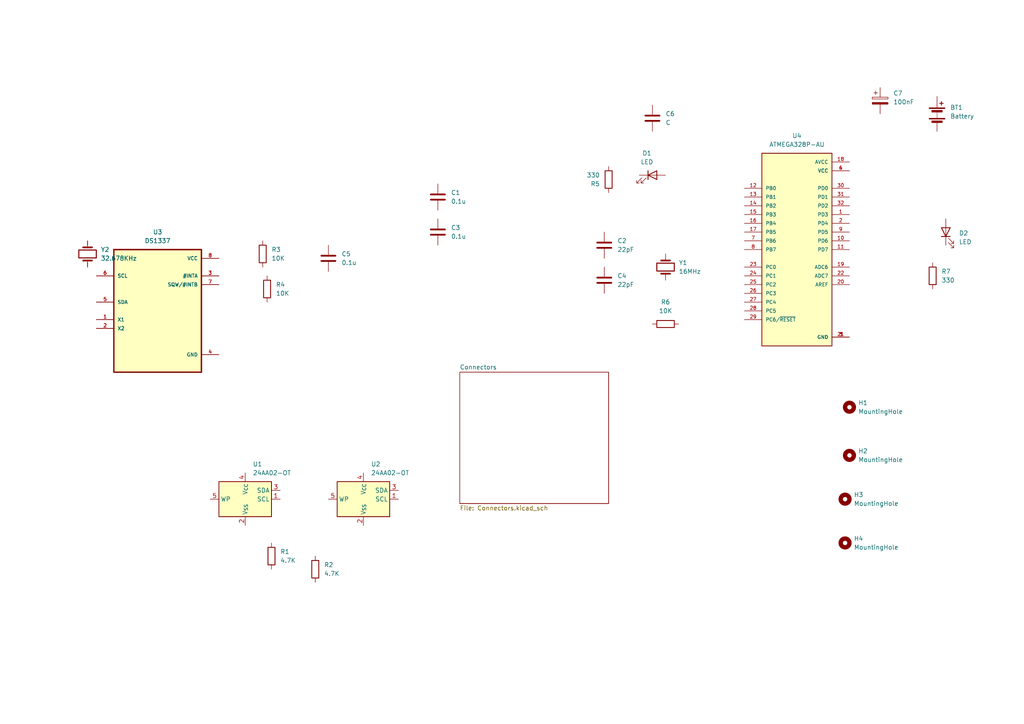
<source format=kicad_sch>
(kicad_sch (version 20230121) (generator eeschema)
  (paper "A4")
  (title_block (title "${project_name}") (date "2024-02-18") (rev "v1.0"))
  (lib_symbols
    (symbol "ATMEGA328PAU:ATMEGA328P-AU" (pin_names (offset 1.016))
      (property "Reference" "U" (at -10.1755 29.2546 0))
      (property "Value" "ATMEGA328P-AU" (at -10.1669 -31.7714 0))
      (symbol "ATMEGA328P-AU_0_0"
        (rectangle (start -10.16 -27.94) (end 10.16 27.94) (stroke (width 0.254)) (fill (type background)))
        (pin bidirectional line (at 15.24 10.16 180) (length 5.08) (name "PD3") (number "1"))
        (pin bidirectional line (at 15.24 2.54 180) (length 5.08) (name "PD6") (number "10"))
        (pin bidirectional line (at 15.24 0 180) (length 5.08) (name "PD7") (number "11"))
        (pin bidirectional line (at -15.24 17.78 0) (length 5.08) (name "PB0") (number "12"))
        (pin bidirectional line (at -15.24 15.24 0) (length 5.08) (name "PB1") (number "13"))
        (pin bidirectional line (at -15.24 12.7 0) (length 5.08) (name "PB2") (number "14"))
        (pin bidirectional line (at -15.24 10.16 0) (length 5.08) (name "PB3") (number "15"))
        (pin bidirectional line (at -15.24 7.62 0) (length 5.08) (name "PB4") (number "16"))
        (pin bidirectional line (at -15.24 5.08 0) (length 5.08) (name "PB5") (number "17"))
        (pin power_in line (at 15.24 25.4 180) (length 5.08) (name "AVCC") (number "18"))
        (pin bidirectional line (at 15.24 -5.08 180) (length 5.08) (name "ADC6") (number "19"))
        (pin bidirectional line (at 15.24 7.62 180) (length 5.08) (name "PD4") (number "2"))
        (pin input line (at 15.24 -10.16 180) (length 5.08) (name "AREF") (number "20"))
        (pin power_in line (at 15.24 -25.4 180) (length 5.08) (name "GND") (number "21"))
        (pin bidirectional line (at 15.24 -7.62 180) (length 5.08) (name "ADC7") (number "22"))
        (pin bidirectional line (at -15.24 -5.08 0) (length 5.08) (name "PC0") (number "23"))
        (pin bidirectional line (at -15.24 -7.62 0) (length 5.08) (name "PC1") (number "24"))
        (pin bidirectional line (at -15.24 -10.16 0) (length 5.08) (name "PC2") (number "25"))
        (pin bidirectional line (at -15.24 -12.7 0) (length 5.08) (name "PC3") (number "26"))
        (pin bidirectional line (at -15.24 -15.24 0) (length 5.08) (name "PC4") (number "27"))
        (pin bidirectional line (at -15.24 -17.78 0) (length 5.08) (name "PC5") (number "28"))
        (pin bidirectional line (at -15.24 -20.32 0) (length 5.08) (name "PC6/~{RESET}") (number "29"))
        (pin power_in line (at 15.24 -25.4 180) (length 5.08) (name "GND") (number "3"))
        (pin bidirectional line (at 15.24 17.78 180) (length 5.08) (name "PD0") (number "30"))
        (pin bidirectional line (at 15.24 15.24 180) (length 5.08) (name "PD1") (number "31"))
        (pin bidirectional line (at 15.24 12.7 180) (length 5.08) (name "PD2") (number "32"))
        (pin power_in line (at 15.24 22.86 180) (length 5.08) (name "VCC") (number "4"))
        (pin power_in line (at 15.24 -25.4 180) (length 5.08) (name "GND") (number "5"))
        (pin power_in line (at 15.24 22.86 180) (length 5.08) (name "VCC") (number "6"))
        (pin bidirectional line (at -15.24 2.54 0) (length 5.08) (name "PB6") (number "7"))
        (pin bidirectional line (at -15.24 0 0) (length 5.08) (name "PB7") (number "8"))
        (pin bidirectional line (at 15.24 5.08 180) (length 5.08) (name "PD5") (number "9"))
      )
    )
    (symbol "DS1337:DS1337" (pin_names (offset 1.016))
      (property "Reference" "U" (at -12.7 18.78 0))
      (property "Value" "DS1337" (at -12.7 -21.78 0))
      (symbol "DS1337_0_0"
        (rectangle (start -12.7 -17.78) (end 12.7 17.78) (stroke (width 0.41)) (fill (type background)))
        (pin bidirectional line (at -17.78 -2.54 0) (length 5.08) (name "X1") (number "1"))
        (pin bidirectional line (at -17.78 -5.08 0) (length 5.08) (name "X2") (number "2"))
        (pin output line (at 17.78 10.16 180) (length 5.08) (name "#INTA") (number "3"))
        (pin power_in line (at 17.78 -12.7 180) (length 5.08) (name "GND") (number "4"))
        (pin bidirectional line (at -17.78 2.54 0) (length 5.08) (name "SDA") (number "5"))
        (pin input line (at -17.78 10.16 0) (length 5.08) (name "SCL") (number "6"))
        (pin output line (at 17.78 7.62 180) (length 5.08) (name "SQW/#INTB") (number "7"))
        (pin power_in line (at 17.78 15.24 180) (length 5.08) (name "VCC") (number "8"))
      )
    )
    (symbol "Device:Battery" (pin_numbers hide) (pin_names (offset 0) hide)
      (property "Reference" "BT" (at 2.54 2.54 0))
      (property "Value" "Battery" (at 2.54 0 0))
      (symbol "Battery_0_1"
        (rectangle (start -2.286 -1.27) (end 2.286 -1.524) (fill (type outline)))
        (rectangle (start -2.286 1.778) (end 2.286 1.524) (fill (type outline)))
        (rectangle (start -1.524 -2.032) (end 1.524 -2.54) (fill (type outline)))
        (rectangle (start -1.524 1.016) (end 1.524 0.508) (fill (type outline)))
        (polyline (pts (xy 0 -1.016) (xy 0 -0.762)))
        (polyline (pts (xy 0 -0.508) (xy 0 -0.254)))
        (polyline (pts (xy 0 0) (xy 0 0.254)))
        (polyline (pts (xy 0 1.778) (xy 0 2.54)))
        (polyline (pts (xy 0.762 3.048) (xy 1.778 3.048)) (stroke (width 0.254)))
        (polyline (pts (xy 1.27 3.556) (xy 1.27 2.54)) (stroke (width 0.254)))
      )
      (symbol "Battery_1_1"
        (pin passive line (at 0 5.08 270) (length 2.54) (name "+") (number "1"))
        (pin passive line (at 0 -5.08 90) (length 2.54) (name "-") (number "2"))
      )
    )
    (symbol "Device:C" (pin_numbers hide) (pin_names (offset 0.254))
      (property "Reference" "C" (at 0.635 2.54 0))
      (property "Value" "C" (at 0.635 -2.54 0))
      (symbol "C_0_1"
        (polyline (pts (xy -2.032 -0.762) (xy 2.032 -0.762)) (stroke (width 0.508)))
        (polyline (pts (xy -2.032 0.762) (xy 2.032 0.762)) (stroke (width 0.508)))
      )
      (symbol "C_1_1"
        (pin passive line (at 0 3.81 270) (length 2.794) (name "~") (number "1"))
        (pin passive line (at 0 -3.81 90) (length 2.794) (name "~") (number "2"))
      )
    )
    (symbol "Device:C_Polarized" (pin_numbers hide) (pin_names (offset 0.254))
      (property "Reference" "C" (at 0.635 2.54 0))
      (property "Value" "C_Polarized" (at 0.635 -2.54 0))
      (symbol "C_Polarized_0_1"
        (rectangle (start -2.286 0.508) (end 2.286 1.016))
        (polyline (pts (xy -1.778 2.286) (xy -0.762 2.286)))
        (polyline (pts (xy -1.27 2.794) (xy -1.27 1.778)))
        (rectangle (start 2.286 -0.508) (end -2.286 -1.016) (fill (type outline)))
      )
      (symbol "C_Polarized_1_1"
        (pin passive line (at 0 3.81 270) (length 2.794) (name "~") (number "1"))
        (pin passive line (at 0 -3.81 90) (length 2.794) (name "~") (number "2"))
      )
    )
    (symbol "Device:Crystal" (pin_numbers hide) (pin_names (offset 1.016) hide)
      (property "Reference" "Y" (at 0 3.81 0))
      (property "Value" "Crystal" (at 0 -3.81 0))
      (symbol "Crystal_0_1"
        (rectangle (start -1.143 2.54) (end 1.143 -2.54) (stroke (width 0.3048)))
        (polyline (pts (xy -2.54 0) (xy -1.905 0)))
        (polyline (pts (xy -1.905 -1.27) (xy -1.905 1.27)) (stroke (width 0.508)))
        (polyline (pts (xy 1.905 -1.27) (xy 1.905 1.27)) (stroke (width 0.508)))
        (polyline (pts (xy 2.54 0) (xy 1.905 0)))
      )
      (symbol "Crystal_1_1"
        (pin passive line (at -3.81 0 0) (length 1.27) (name "1") (number "1"))
        (pin passive line (at 3.81 0 180) (length 1.27) (name "2") (number "2"))
      )
    )
    (symbol "Device:LED" (pin_numbers hide) (pin_names (offset 1.016) hide)
      (property "Reference" "D" (at 0 2.54 0))
      (property "Value" "LED" (at 0 -2.54 0))
      (symbol "LED_0_1"
        (polyline (pts (xy -1.27 -1.27) (xy -1.27 1.27)) (stroke (width 0.254)))
        (polyline (pts (xy -1.27 0) (xy 1.27 0)))
        (polyline (pts (xy 1.27 -1.27) (xy 1.27 1.27) (xy -1.27 0) (xy 1.27 -1.27)) (stroke (width 0.254)))
        (polyline (pts (xy -3.048 -0.762) (xy -4.572 -2.286) (xy -3.81 -2.286) (xy -4.572 -2.286) (xy -4.572 -1.524)))
        (polyline (pts (xy -1.778 -0.762) (xy -3.302 -2.286) (xy -2.54 -2.286) (xy -3.302 -2.286) (xy -3.302 -1.524)))
      )
      (symbol "LED_1_1"
        (pin passive line (at -3.81 0 0) (length 2.54) (name "K") (number "1"))
        (pin passive line (at 3.81 0 180) (length 2.54) (name "A") (number "2"))
      )
    )
    (symbol "Device:R" (pin_numbers hide) (pin_names (offset 0))
      (property "Reference" "R" (at 2.032 0 90))
      (property "Value" "R" (at 0 0 90))
      (symbol "R_0_1"
        (rectangle (start -1.016 -2.54) (end 1.016 2.54) (stroke (width 0.254)))
      )
      (symbol "R_1_1"
        (pin passive line (at 0 3.81 270) (length 1.27) (name "~") (number "1"))
        (pin passive line (at 0 -3.81 90) (length 1.27) (name "~") (number "2"))
      )
    )
    (symbol "Mechanical:MountingHole" (pin_names (offset 1.016))
      (property "Reference" "H" (at 0 5.08 0))
      (property "Value" "MountingHole" (at 0 3.175 0))
      (symbol "MountingHole_0_1"
        (circle (center 0 0) (radius 1.27) (stroke (width 1.27)))
      )
    )
    (symbol "Memory_EEPROM:24AA02-OT"
      (property "Reference" "U" (at -7.62 6.35 0))
      (property "Value" "24AA02-OT" (at 2.54 -6.35 0))
      (symbol "24AA02-OT_1_1"
        (rectangle (start -7.62 5.08) (end 7.62 -5.08) (stroke (width 0.254)) (fill (type background)))
        (pin input line (at 10.16 0 180) (length 2.54) (name "SCL") (number "1"))
        (pin power_in line (at 0 -7.62 90) (length 2.54) (name "V_{SS}") (number "2"))
        (pin bidirectional line (at 10.16 2.54 180) (length 2.54) (name "SDA") (number "3"))
        (pin power_in line (at 0 7.62 270) (length 2.54) (name "V_{CC}") (number "4"))
        (pin input line (at -10.16 0 0) (length 2.54) (name "WP") (number "5"))
      )
    )
  )
  (symbol (lib_id "Mechanical:MountingHole") (at 245.11 144.78 0) (unit 1)
    (property "Reference" "H3" (at 247.65 143.51 0) (effects (justify left)))
    (property "Value" "MountingHole" (at 247.65 146.05 0) (effects (justify left)))
    (property "Footprint" "MountingHole:MountingHole_2.1mm" (effects hide))
  )
  (symbol (lib_id "Device:C") (at 127 67.31 0) (unit 1)
    (property "Reference" "C3" (at 130.81 66.04 0) (effects (justify left)))
    (property "Value" "0.1u" (at 130.81 68.58 0) (effects (justify left)))
    (property "Footprint" "Capacitor_SMD:C_0805_2012Metric" (effects hide))
  )
  (symbol (lib_id "Device:R") (at 270.51 80.01 0) (unit 1)
    (property "Reference" "R7" (at 273.05 78.74 0) (effects (justify left)))
    (property "Value" "330" (at 273.05 81.28 0) (effects (justify left)))
    (property "Footprint" "Resistor_SMD:R_0805_2012Metric" (effects hide))
  )
  (symbol (lib_id "DS1337:DS1337") (at 45.72 90.17 0) (unit 1)
    (property "Reference" "U3" (at 45.72 67.31 0))
    (property "Value" "DS1337" (at 45.72 69.85 0))
    (property "Footprint" "DS1337:DIP794W47P254L991H457Q8" (effects hide))
    (property "MF" "Analog Devices" (effects hide))
    (property "Description" "\nReal Time Clock (RTC) IC Clock/Calendar - I²C, 2-Wire Serial 16-SOIC (0.295, 7.50mm Width)\n" (effects hide))
    (property "Package" "DIP-8 Maxim Integrated" (effects hide))
    (property "Price" "None" (effects hide))
    (property "SnapEDA_Link" "https://www.snapeda.com/parts/DS1337/Analog+Devices/view-part/?ref=snap" (effects hide))
    (property "MP" "DS1337" (effects hide))
    (property "Purchase-URL" "https://www.snapeda.com/api/url_track_click_mouser/?unipart_id=2175280&manufacturer=Analog Devices&part_name=DS1337&search_term=ds133" (effects hide))
    (property "Availability" "In Stock" (effects hide))
    (property "Check_prices" "https://www.snapeda.com/parts/DS1337/Analog+Devices/view-part/?ref=eda" (effects hide))
  )
  (symbol (lib_id "Device:R") (at 77.47 83.82 0) (unit 1)
    (property "Reference" "R4" (at 80.01 82.55 0) (effects (justify left)))
    (property "Value" "10K" (at 80.01 85.09 0) (effects (justify left)))
    (property "Footprint" "Resistor_SMD:R_0805_2012Metric" (effects hide))
  )
  (symbol (lib_id "Device:R") (at 76.2 73.66 0) (unit 1)
    (property "Reference" "R3" (at 78.74 72.39 0) (effects (justify left)))
    (property "Value" "10K" (at 78.74 74.93 0) (effects (justify left)))
    (property "Footprint" "Resistor_SMD:R_0805_2012Metric" (effects hide))
  )
  (symbol (lib_id "ATMEGA328PAU:ATMEGA328P-AU") (at 231.14 72.39 0) (unit 1)
    (property "Reference" "U4" (at 231.14 39.37 0))
    (property "Value" "ATMEGA328P-AU" (at 231.14 41.91 0))
    (property "Footprint" "ATMEGA328P-AU:QFP80P900X900X120-32N" (effects hide))
    (property "MF" "Microchip" (effects hide))
    (property "MAXIMUM_PACKAGE_HEIGHT" "1.20mm" (effects hide))
    (property "Package" "TQFP-32 Microchip" (effects hide))
    (property "Price" "None" (effects hide))
    (property "Check_prices" "https://www.snapeda.com/parts/ATMEGA328P-AU/Microchip/view-part/?ref=eda" (effects hide))
    (property "STANDARD" "IPC-7351B" (effects hide))
    (property "PARTREV" "8271A" (effects hide))
    (property "SnapEDA_Link" "https://www.snapeda.com/parts/ATMEGA328P-AU/Microchip/view-part/?ref=snap" (effects hide))
    (property "MP" "ATMEGA328P-AU" (effects hide))
    (property "Purchase-URL" "https://www.snapeda.com/api/url_track_click_mouser/?unipart_id=44280&manufacturer=Microchip&part_name=ATMEGA328P-AU&search_term=atmega328" (effects hide))
    (property "Description" "\nAVR AVR® ATmega Microcontroller IC 8-Bit 20MHz 32KB (16K x 16) FLASH 32-TQFP (7x7)\n" (effects hide))
    (property "Availability" "In Stock" (effects hide))
    (property "MANUFACTURER" "Microchip" (effects hide))
  )
  (symbol (lib_id "Device:Crystal") (at 193.04 77.47 270) (unit 1)
    (property "Reference" "Y1" (at 196.85 76.2 90) (effects (justify left)))
    (property "Value" "16MHz" (at 196.85 78.74 90) (effects (justify left)))
    (property "Footprint" "Crystal:Crystal_SMD_5032-2Pin_5.0x3.2mm_HandSoldering" (effects hide))
  )
  (symbol (lib_id "Device:C") (at 175.26 71.12 0) (unit 1)
    (property "Reference" "C2" (at 179.07 69.85 0) (effects (justify left)))
    (property "Value" "22pF" (at 179.07 72.39 0) (effects (justify left)))
    (property "Footprint" "Capacitor_SMD:C_0805_2012Metric" (effects hide))
  )
  (symbol (lib_id "Device:R") (at 78.74 161.29 0) (unit 1)
    (property "Reference" "R1" (at 81.28 160.02 0) (effects (justify left)))
    (property "Value" "4.7K" (at 81.28 162.56 0) (effects (justify left)))
    (property "Footprint" "Resistor_SMD:R_0805_2012Metric" (effects hide))
  )
  (symbol (lib_id "Device:Crystal") (at 25.4 73.66 90) (unit 1)
    (property "Reference" "Y2" (at 29.21 72.39 90) (effects (justify right)))
    (property "Value" "32.678KHz" (at 29.21 74.93 90) (effects (justify right)))
    (property "Footprint" "Crystal:Crystal_SMD_5032-2Pin_5.0x3.2mm_HandSoldering" (effects hide))
  )
  (symbol (lib_id "Device:R") (at 91.44 165.1 0) (unit 1)
    (property "Reference" "R2" (at 93.98 163.83 0) (effects (justify left)))
    (property "Value" "4.7K" (at 93.98 166.37 0) (effects (justify left)))
    (property "Footprint" "Resistor_SMD:R_0805_2012Metric" (effects hide))
  )
  (symbol (lib_id "Device:C_Polarized") (at 255.27 29.21 0) (unit 1)
    (property "Reference" "C7" (at 259.08 27.051 0) (effects (justify left)))
    (property "Value" "100nF" (at 259.08 29.591 0) (effects (justify left)))
    (property "Footprint" "Capacitor_SMD:C_0805_2012Metric" (effects hide))
  )
  (symbol (lib_id "Device:R") (at 193.04 93.98 90) (unit 1)
    (property "Reference" "R6" (at 193.04 87.63 90))
    (property "Value" "10K" (at 193.04 90.17 90))
    (property "Footprint" "Resistor_SMD:R_0805_2012Metric" (effects hide))
  )
  (symbol (lib_id "Memory_EEPROM:24AA02-OT") (at 71.12 144.78 0) (unit 1)
    (property "Reference" "U1" (at 73.3141 134.62 0) (effects (justify left)))
    (property "Value" "24AA02-OT" (at 73.3141 137.16 0) (effects (justify left)))
    (property "Footprint" "Package_SO:SOIC-8_5.23x5.23mm_P1.27mm" (effects hide))
    (property "Datasheet" "http://ww1.microchip.com/downloads/en/DeviceDoc/21709J.pdf" (effects hide))
  )
  (symbol (lib_id "Device:C") (at 175.26 81.28 0) (unit 1)
    (property "Reference" "C4" (at 179.07 80.01 0) (effects (justify left)))
    (property "Value" "22pF" (at 179.07 82.55 0) (effects (justify left)))
    (property "Footprint" "Capacitor_SMD:C_0805_2012Metric" (effects hide))
  )
  (symbol (lib_id "Device:C") (at 95.25 74.93 0) (unit 1)
    (property "Reference" "C5" (at 99.06 73.66 0) (effects (justify left)))
    (property "Value" "0.1u" (at 99.06 76.2 0) (effects (justify left)))
    (property "Footprint" "Capacitor_SMD:C_0805_2012Metric" (effects hide))
  )
  (symbol (lib_id "Mechanical:MountingHole") (at 246.38 118.11 0) (unit 1)
    (property "Reference" "H1" (at 248.92 116.84 0) (effects (justify left)))
    (property "Value" "MountingHole" (at 248.92 119.38 0) (effects (justify left)))
    (property "Footprint" "MountingHole:MountingHole_2.1mm" (effects hide))
  )
  (symbol (lib_id "Device:LED") (at 274.32 67.31 90) (unit 1)
    (property "Reference" "D2" (at 278.13 67.6275 90) (effects (justify right)))
    (property "Value" "LED" (at 278.13 70.1675 90) (effects (justify right)))
    (property "Footprint" "LED_SMD:LED_0805_2012Metric" (effects hide))
  )
  (symbol (lib_id "Device:R") (at 176.53 52.07 180) (unit 1)
    (property "Reference" "R5" (at 173.99 53.34 0) (effects (justify left)))
    (property "Value" "330" (at 173.99 50.8 0) (effects (justify left)))
    (property "Footprint" "Resistor_SMD:R_0805_2012Metric" (effects hide))
  )
  (symbol (lib_id "Mechanical:MountingHole") (at 245.11 157.48 0) (unit 1)
    (property "Reference" "H4" (at 247.65 156.21 0) (effects (justify left)))
    (property "Value" "MountingHole" (at 247.65 158.75 0) (effects (justify left)))
    (property "Footprint" "MountingHole:MountingHole_2.1mm" (effects hide))
  )
  (symbol (lib_id "Device:C") (at 189.23 34.29 0) (unit 1)
    (property "Reference" "C6" (at 193.04 33.02 0) (effects (justify left)))
    (property "Value" "C" (at 193.04 35.56 0) (effects (justify left)))
    (property "Footprint" "Capacitor_SMD:C_0805_2012Metric" (effects hide))
  )
  (symbol (lib_id "Device:C") (at 127 57.15 0) (unit 1)
    (property "Reference" "C1" (at 130.81 55.88 0) (effects (justify left)))
    (property "Value" "0.1u" (at 130.81 58.42 0) (effects (justify left)))
    (property "Footprint" "Capacitor_SMD:C_0805_2012Metric" (effects hide))
  )
  (symbol (lib_id "Device:Battery") (at 271.78 33.02 0) (unit 1)
    (property "Reference" "BT1" (at 275.59 31.1785 0) (effects (justify left)))
    (property "Value" "Battery" (at 275.59 33.7185 0) (effects (justify left)))
    (property "Footprint" "Connector_PinSocket_2.54mm:PinSocket_1x02_P2.54mm_Vertical" (effects hide))
  )
  (symbol (lib_id "Memory_EEPROM:24AA02-OT") (at 105.41 144.78 0) (unit 1)
    (property "Reference" "U2" (at 107.6041 134.62 0) (effects (justify left)))
    (property "Value" "24AA02-OT" (at 107.6041 137.16 0) (effects (justify left)))
    (property "Footprint" "Package_SO:SOIC-8_5.23x5.23mm_P1.27mm" (effects hide))
    (property "Datasheet" "http://ww1.microchip.com/downloads/en/DeviceDoc/21709J.pdf" (effects hide))
  )
  (symbol (lib_id "Device:LED") (at 189.23 50.8 0) (unit 1)
    (property "Reference" "D1" (at 187.6425 44.45 0))
    (property "Value" "LED" (at 187.6425 46.99 0))
    (property "Footprint" "LED_SMD:LED_0805_2012Metric" (effects hide))
  )
  (symbol (lib_id "Mechanical:MountingHole") (at 246.38 132.08 0) (unit 1)
    (property "Reference" "H2" (at 248.92 130.81 0) (effects (justify left)))
    (property "Value" "MountingHole" (at 248.92 133.35 0) (effects (justify left)))
    (property "Footprint" "MountingHole:MountingHole_2.1mm" (effects hide))
  )
  (sheet (at 133.35 107.95) (size 43.18 38.1) (stroke (width 0.1524))
    (property "Sheetname" "Connectors" (at 133.35 107.2384 0) (effects (justify left bottom)))
    (property "Sheetfile" "Connectors.kicad_sch" (at 133.35 146.6346 0) (effects (justify left top)))
  )
)
</source>
